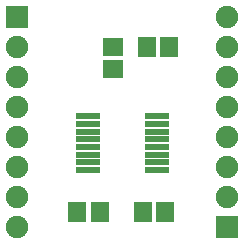
<source format=gts>
G04 DipTrace 3.0.0.2*
G04 PCBFR2311.gts*
%MOIN*%
G04 #@! TF.FileFunction,Soldermask,Top*
G04 #@! TF.Part,Single*
%ADD26R,0.059181X0.067055*%
%ADD28R,0.067055X0.059181*%
%ADD30C,0.074929*%
%ADD32R,0.074929X0.074929*%
%ADD34R,0.078866X0.023748*%
%FSLAX26Y26*%
G04*
G70*
G90*
G75*
G01*
G04 TopMask*
%LPD*%
D34*
X736748Y919126D3*
Y893535D3*
Y867945D3*
Y842354D3*
Y816764D3*
Y791173D3*
Y765583D3*
Y739992D3*
X965102D3*
X965094Y765583D3*
Y791173D3*
Y816764D3*
Y842354D3*
Y867945D3*
Y893535D3*
Y919126D3*
D32*
X499000Y1250249D3*
D30*
Y1150249D3*
Y1050249D3*
Y950249D3*
Y850249D3*
Y750249D3*
Y650249D3*
Y550249D3*
D32*
X1199000D3*
D30*
Y650249D3*
Y750249D3*
Y850249D3*
Y950249D3*
Y1050249D3*
Y1150249D3*
Y1250249D3*
D28*
X817990Y1075360D3*
Y1150163D3*
D26*
X699441Y600409D3*
X774244D3*
X992971D3*
X918168D3*
X930478Y1150352D3*
X1005281D3*
M02*

</source>
